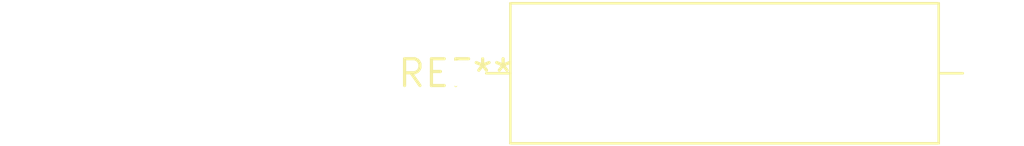
<source format=kicad_pcb>
(kicad_pcb (version 20240108) (generator pcbnew)
  (layers (0 "F.Cu" signal) (31 "B.Cu" signal) (34 "B.Paste" user) (35 "F.Paste" user) (36 "B.SilkS" user "B.Silkscreen") (37 "F.SilkS" user "F.Silkscreen") (38 "B.Mask" user) (39 "F.Mask" user) (44 "Edge.Cuts" user))
  (net 0 "")
  (footprint "R_Axial_Power_L20.0mm_W6.4mm_P25.40mm" (layer "F.Cu") (at 0 0)
    (property "Reference" "REF**")
    (property "Value" "R_Axial_Power_L20.0mm_W6.4mm_P25.40mm")
    (fp_line (start 1.44 0) (end 2.58 0) (layer "F.SilkS") (stroke (width 0.12)))
    (fp_line (start 2.58 -3.32) (end 2.58 3.32) (layer "F.SilkS") (stroke (width 0.12)))
    (fp_line (start 2.58 3.32) (end 22.82 3.32) (layer "F.SilkS") (stroke (width 0.12)))
    (fp_line (start 22.82 -3.32) (end 2.58 -3.32) (layer "F.SilkS") (stroke (width 0.12)))
    (fp_line (start 22.82 3.32) (end 22.82 -3.32) (layer "F.SilkS") (stroke (width 0.12)))
    (fp_line (start 23.96 0) (end 22.82 0) (layer "F.SilkS") (stroke (width 0.12)))
    (pad "1" thru_hole circle (at 0 0) (size 2.4 2.4) (drill 1.2) (layers *.Cu *.Mask) (remove_unused_layers))
    (pad "2" thru_hole oval (at 25.4 0) (size 2.4 2.4) (drill 1.2) (layers *.Cu *.Mask) (remove_unused_layers))
  )
)
</source>
